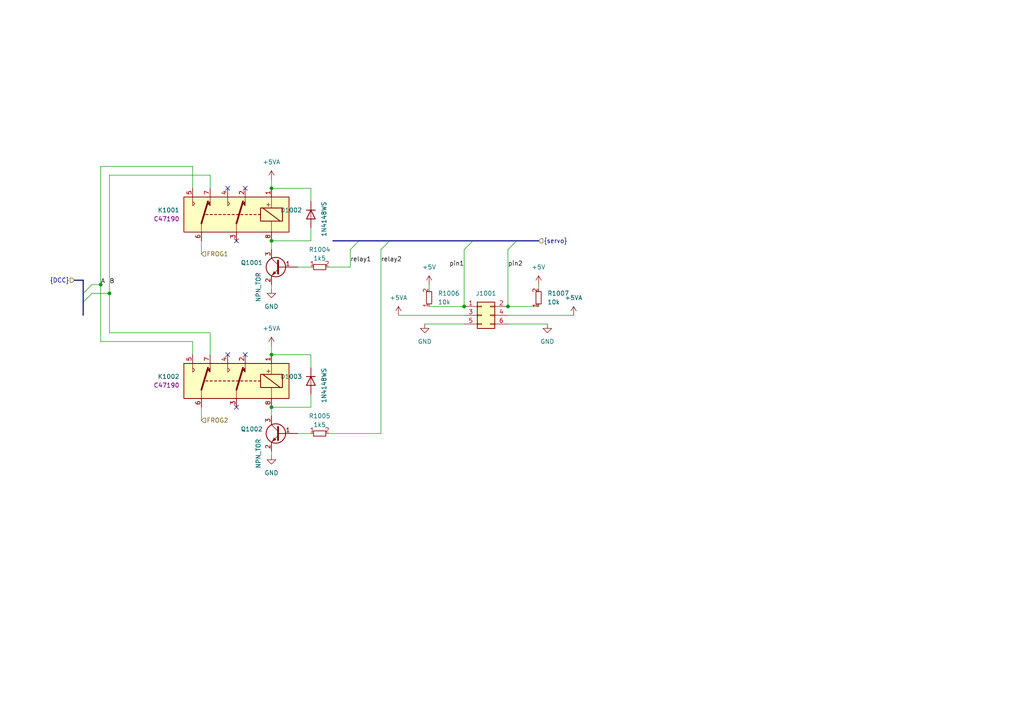
<source format=kicad_sch>
(kicad_sch (version 20230121) (generator eeschema)
  (paper "A4")
  (lib_symbols
    (symbol "Connector_Generic:Conn_02x03_Odd_Even" (pin_names (offset 1.016) hide)
      (property "Reference" "J" (at 1.27 5.08 0))
      (property "Value" "Conn_02x03_Odd_Even" (at 1.27 -5.08 0))
      (symbol "Conn_02x03_Odd_Even_1_1"
        (rectangle (start -1.27 -2.413) (end 0 -2.667) (stroke (width 0.1524)))
        (rectangle (start -1.27 0.127) (end 0 -0.127) (stroke (width 0.1524)))
        (rectangle (start -1.27 2.667) (end 0 2.413) (stroke (width 0.1524)))
        (rectangle (start -1.27 3.81) (end 3.81 -3.81) (stroke (width 0.254)) (fill (type background)))
        (rectangle (start 3.81 -2.413) (end 2.54 -2.667) (stroke (width 0.1524)))
        (rectangle (start 3.81 0.127) (end 2.54 -0.127) (stroke (width 0.1524)))
        (rectangle (start 3.81 2.667) (end 2.54 2.413) (stroke (width 0.1524)))
        (pin passive line (at -5.08 2.54 0) (length 3.81) (name "Pin_1") (number "1"))
        (pin passive line (at 7.62 2.54 180) (length 3.81) (name "Pin_2") (number "2"))
        (pin passive line (at -5.08 0 0) (length 3.81) (name "Pin_3") (number "3"))
        (pin passive line (at 7.62 0 180) (length 3.81) (name "Pin_4") (number "4"))
        (pin passive line (at -5.08 -2.54 0) (length 3.81) (name "Pin_5") (number "5"))
        (pin passive line (at 7.62 -2.54 180) (length 3.81) (name "Pin_6") (number "6"))
      )
    )
    (symbol "custom_kicad_lib_sk:1N4148WS" (pin_numbers hide) (pin_names hide)
      (property "Reference" "D" (at 0 2.54 0))
      (property "Value" "1N4148WS" (at 0 -2.54 0))
      (symbol "1N4148WS_0_1"
        (polyline (pts (xy -1.27 1.27) (xy -1.27 -1.27)) (stroke (width 0.254)))
        (polyline (pts (xy 1.27 0) (xy -1.27 0)))
        (polyline (pts (xy 1.27 1.27) (xy 1.27 -1.27) (xy -1.27 0) (xy 1.27 1.27)) (stroke (width 0.254)))
      )
      (symbol "1N4148WS_1_1"
        (pin passive line (at -3.81 0 0) (length 2.54) (name "K") (number "1"))
        (pin passive line (at 3.81 0 180) (length 2.54) (name "A") (number "2"))
      )
    )
    (symbol "custom_kicad_lib_sk:G6K-2"
      (property "Reference" "K" (at 16.51 3.81 0))
      (property "JLCPCB Part#" "C47190" (at 0 0 0))
      (symbol "G6K-2_0_0"
        (text "+" (at -9.271 2.921 0) (effects (font (size 1.27 1.27))))
      )
      (symbol "G6K-2_0_1"
        (rectangle (start -15.24 5.08) (end 15.24 -5.08) (stroke (width 0.254)) (fill (type background)))
        (rectangle (start -13.335 1.905) (end -6.985 -1.905) (stroke (width 0.254)))
        (polyline (pts (xy -12.7 -1.905) (xy -7.62 1.905)) (stroke (width 0.254)))
        (polyline (pts (xy -10.16 -5.08) (xy -10.16 -1.905)))
        (polyline (pts (xy -10.16 5.08) (xy -10.16 1.905)))
        (polyline (pts (xy -6.985 0) (xy -6.35 0)) (stroke (width 0.254)))
        (polyline (pts (xy -5.715 0) (xy -5.08 0)) (stroke (width 0.254)))
        (polyline (pts (xy -4.445 0) (xy -3.81 0)) (stroke (width 0.254)))
        (polyline (pts (xy -3.175 0) (xy -2.54 0)) (stroke (width 0.254)))
        (polyline (pts (xy -1.905 0) (xy -1.27 0)) (stroke (width 0.254)))
        (polyline (pts (xy -0.635 0) (xy 0 0)) (stroke (width 0.254)))
        (polyline (pts (xy 0 -2.54) (xy -1.905 3.81)) (stroke (width 0.508)))
        (polyline (pts (xy 0 -2.54) (xy 0 -5.08)))
        (polyline (pts (xy 0.635 0) (xy 1.27 0)) (stroke (width 0.254)))
        (polyline (pts (xy 1.905 0) (xy 2.54 0)) (stroke (width 0.254)))
        (polyline (pts (xy 3.175 0) (xy 3.81 0)) (stroke (width 0.254)))
        (polyline (pts (xy 4.445 0) (xy 5.08 0)) (stroke (width 0.254)))
        (polyline (pts (xy 5.715 0) (xy 6.35 0)) (stroke (width 0.254)))
        (polyline (pts (xy 6.985 0) (xy 7.62 0)) (stroke (width 0.254)))
        (polyline (pts (xy 8.255 0) (xy 8.89 0)) (stroke (width 0.254)))
        (polyline (pts (xy 10.16 -2.54) (xy 8.255 3.81)) (stroke (width 0.508)))
        (polyline (pts (xy 10.16 -2.54) (xy 10.16 -5.08)))
        (polyline (pts (xy -2.54 5.08) (xy -2.54 2.54) (xy -1.905 3.175) (xy -2.54 3.81)) (fill (type outline)))
        (polyline (pts (xy 2.54 5.08) (xy 2.54 2.54) (xy 1.905 3.175) (xy 2.54 3.81)))
        (polyline (pts (xy 7.62 5.08) (xy 7.62 2.54) (xy 8.255 3.175) (xy 7.62 3.81)) (fill (type outline)))
        (polyline (pts (xy 12.7 5.08) (xy 12.7 2.54) (xy 12.065 3.175) (xy 12.7 3.81)))
      )
      (symbol "G6K-2_1_1"
        (pin passive line (at -10.16 7.62 270) (length 2.54) (name "~") (number "1"))
        (pin passive line (at -2.54 7.62 270) (length 2.54) (name "~") (number "2"))
        (pin passive line (at 0 -7.62 90) (length 2.54) (name "~") (number "3"))
        (pin passive line (at 2.54 7.62 270) (length 2.54) (name "~") (number "4"))
        (pin passive line (at 12.7 7.62 270) (length 2.54) (name "~") (number "5"))
        (pin passive line (at 10.16 -7.62 90) (length 2.54) (name "~") (number "6"))
        (pin passive line (at 7.62 7.62 270) (length 2.54) (name "~") (number "7"))
        (pin passive line (at -10.16 -7.62 90) (length 2.54) (name "~") (number "8"))
      )
    )
    (symbol "custom_kicad_lib_sk:NPN_TOR" (pin_names (offset 0) hide)
      (property "Reference" "Q" (at 5.08 1.905 0))
      (property "Value" "NPN_TOR" (at 5.08 0 0))
      (symbol "NPN_TOR_0_1"
        (polyline (pts (xy 0.635 0.635) (xy 2.54 2.54)))
        (polyline (pts (xy 0.635 -0.635) (xy 2.54 -2.54) (xy 2.54 -2.54)))
        (polyline (pts (xy 0.635 1.905) (xy 0.635 -1.905) (xy 0.635 -1.905)) (stroke (width 0.508)))
        (polyline (pts (xy 1.27 -1.778) (xy 1.778 -1.27) (xy 2.286 -2.286) (xy 1.27 -1.778) (xy 1.27 -1.778)) (fill (type outline)))
        (circle (center 1.27 0) (radius 2.8194) (stroke (width 0.254)))
      )
      (symbol "NPN_TOR_1_1"
        (pin input line (at -5.08 0 0) (length 5.715) (name "B") (number "1"))
        (pin passive line (at 2.54 -5.08 90) (length 2.54) (name "E") (number "2"))
        (pin passive line (at 2.54 5.08 270) (length 2.54) (name "C") (number "3"))
      )
    )
    (symbol "power:+5V" (power) (pin_names (offset 0))
      (property "Value" "+5V" (at 0 3.556 0))
      (symbol "+5V_0_1"
        (polyline (pts (xy -0.762 1.27) (xy 0 2.54)))
        (polyline (pts (xy 0 0) (xy 0 2.54)))
        (polyline (pts (xy 0 2.54) (xy 0.762 1.27)))
      )
      (symbol "+5V_1_1"
        (pin power_in line (at 0 0 90) (length 0) hide (name "+5V") (number "1"))
      )
    )
    (symbol "power:+5VA" (power) (pin_names (offset 0))
      (property "Value" "+5VA" (at 0 3.556 0))
      (symbol "+5VA_0_1"
        (polyline (pts (xy -0.762 1.27) (xy 0 2.54)))
        (polyline (pts (xy 0 0) (xy 0 2.54)))
        (polyline (pts (xy 0 2.54) (xy 0.762 1.27)))
      )
      (symbol "+5VA_1_1"
        (pin power_in line (at 0 0 90) (length 0) hide (name "+5VA") (number "1"))
      )
    )
    (symbol "power:GND" (power) (pin_names (offset 0))
      (property "Value" "GND" (at 0 -3.81 0))
      (symbol "GND_0_1"
        (polyline (pts (xy 0 0) (xy 0 -1.27) (xy 1.27 -1.27) (xy 0 -2.54) (xy -1.27 -1.27) (xy 0 -1.27)))
      )
      (symbol "GND_1_1"
        (pin power_in line (at 0 0 270) (length 0) hide (name "GND") (number "1"))
      )
    )
    (symbol "resistors_0603:R_10k_0603"
      (property "Reference" "R" (at 1.27 2.54 0))
      (property "Value" "10k" (at 2.54 -2.54 0))
      (symbol "R_10k_0603_0_1"
        (rectangle (start -0.762 1.778) (end 0.762 -1.778) (stroke (width 0.2032)))
      )
      (symbol "R_10k_0603_1_1"
        (pin passive line (at 0 2.54 270) (length 0.762) (name "~") (number "1"))
        (pin passive line (at 0 -2.54 90) (length 0.762) (name "~") (number "2"))
      )
    )
    (symbol "resistors_0603:R_1k5_0603"
      (property "Reference" "R" (at 1.27 2.54 0))
      (property "Value" "1k5" (at 2.54 -2.54 0))
      (symbol "R_1k5_0603_0_1"
        (rectangle (start -0.762 1.778) (end 0.762 -1.778) (stroke (width 0.2032)))
      )
      (symbol "R_1k5_0603_1_1"
        (pin passive line (at 0 2.54 270) (length 0.762) (name "~") (number "1"))
        (pin passive line (at 0 -2.54 90) (length 0.762) (name "~") (number "2"))
      )
    )
  )
  (junction (at 147.32 88.9))
  (junction (at 31.75 85.09))
  (junction (at 78.74 118.11))
  (junction (at 78.74 54.61))
  (junction (at 134.62 88.9))
  (junction (at 29.21 82.55))
  (junction (at 78.74 69.85))
  (junction (at 78.74 102.87))
  (no_connect (at 66.04 54.61))
  (no_connect (at 68.58 69.85))
  (no_connect (at 71.12 54.61))
  (no_connect (at 68.58 118.11))
  (no_connect (at 66.04 102.87))
  (no_connect (at 71.12 102.87))
  (bus_entry (at 104.14 69.85) (size -2.54 2.54))
  (bus_entry (at 113.03 69.85) (size -2.54 2.54))
  (bus_entry (at 149.86 69.85) (size -2.54 2.54))
  (bus_entry (at 137.16 69.85) (size -2.54 2.54))
  (bus_entry (at 24.13 85.09) (size 2.54 -2.54))
  (bus_entry (at 24.13 87.63) (size 2.54 -2.54))
  (wire (pts (xy 134.62 93.98) (xy 123.19 93.98)))
  (wire (pts (xy 31.75 85.09) (xy 31.75 96.52)))
  (wire (pts (xy 78.74 118.11) (xy 78.74 120.65)))
  (wire (pts (xy 134.62 72.39) (xy 134.62 88.9)))
  (bus (pts (xy 24.13 87.63) (xy 24.13 91.44)))
  (wire (pts (xy 58.42 69.85) (xy 58.42 73.66)))
  (bus (pts (xy 24.13 81.28) (xy 24.13 85.09)))
  (wire (pts (xy 147.32 88.9) (xy 156.21 88.9)))
  (wire (pts (xy 90.17 58.42) (xy 90.17 54.61)))
  (wire (pts (xy 124.46 88.9) (xy 134.62 88.9)))
  (wire (pts (xy 156.21 82.55) (xy 156.21 83.82)))
  (bus (pts (xy 104.14 69.85) (xy 113.03 69.85)))
  (wire (pts (xy 60.96 96.52) (xy 60.96 102.87)))
  (wire (pts (xy 26.67 85.09) (xy 31.75 85.09)))
  (wire (pts (xy 86.36 125.73) (xy 90.17 125.73)))
  (wire (pts (xy 78.74 82.55) (xy 78.74 83.82)))
  (wire (pts (xy 124.46 82.55) (xy 124.46 83.82)))
  (bus (pts (xy 137.16 69.85) (xy 149.86 69.85)))
  (wire (pts (xy 115.57 91.44) (xy 134.62 91.44)))
  (wire (pts (xy 78.74 130.81) (xy 78.74 132.08)))
  (bus (pts (xy 96.52 69.85) (xy 104.14 69.85)))
  (wire (pts (xy 95.25 77.47) (xy 101.6 77.47)))
  (wire (pts (xy 29.21 99.06) (xy 55.88 99.06)))
  (wire (pts (xy 29.21 48.26) (xy 55.88 48.26)))
  (wire (pts (xy 147.32 72.39) (xy 147.32 88.9)))
  (wire (pts (xy 147.32 93.98) (xy 158.75 93.98)))
  (wire (pts (xy 95.25 125.73) (xy 110.49 125.73)))
  (wire (pts (xy 78.74 118.11) (xy 90.17 118.11)))
  (wire (pts (xy 110.49 72.39) (xy 110.49 125.73)))
  (wire (pts (xy 90.17 69.85) (xy 90.17 66.04)))
  (wire (pts (xy 31.75 85.09) (xy 31.75 50.8)))
  (wire (pts (xy 29.21 82.55) (xy 29.21 99.06)))
  (wire (pts (xy 31.75 96.52) (xy 60.96 96.52)))
  (wire (pts (xy 58.42 118.11) (xy 58.42 121.92)))
  (wire (pts (xy 90.17 54.61) (xy 78.74 54.61)))
  (wire (pts (xy 78.74 52.07) (xy 78.74 54.61)))
  (wire (pts (xy 101.6 77.47) (xy 101.6 72.39)))
  (wire (pts (xy 86.36 77.47) (xy 90.17 77.47)))
  (wire (pts (xy 90.17 118.11) (xy 90.17 114.3)))
  (wire (pts (xy 29.21 82.55) (xy 29.21 48.26)))
  (wire (pts (xy 90.17 106.68) (xy 90.17 102.87)))
  (bus (pts (xy 149.86 69.85) (xy 156.21 69.85)))
  (bus (pts (xy 24.13 85.09) (xy 24.13 87.63)))
  (wire (pts (xy 60.96 50.8) (xy 60.96 54.61)))
  (bus (pts (xy 21.59 81.28) (xy 24.13 81.28)))
  (wire (pts (xy 78.74 100.33) (xy 78.74 102.87)))
  (wire (pts (xy 78.74 69.85) (xy 78.74 72.39)))
  (wire (pts (xy 78.74 69.85) (xy 90.17 69.85)))
  (wire (pts (xy 26.67 82.55) (xy 29.21 82.55)))
  (wire (pts (xy 55.88 48.26) (xy 55.88 54.61)))
  (bus (pts (xy 113.03 69.85) (xy 137.16 69.85)))
  (wire (pts (xy 90.17 102.87) (xy 78.74 102.87)))
  (wire (pts (xy 31.75 50.8) (xy 60.96 50.8)))
  (wire (pts (xy 55.88 99.06) (xy 55.88 102.87)))
  (wire (pts (xy 166.37 91.44) (xy 147.32 91.44)))
  (label "A" (at 29.21 82.55 0))
  (label "pin1" (at 134.62 77.47 180))
  (label "pin2" (at 147.32 77.47 0))
  (label "relay2" (at 110.49 76.2 0))
  (label "relay1" (at 101.6 76.2 0))
  (label "B" (at 31.75 82.55 0))
  (hierarchical_label "{servo}" (shape input) (at 156.21 69.85 0))
  (hierarchical_label "FROG1" (shape input) (at 58.42 73.66 0))
  (hierarchical_label "{DCC}" (shape input) (at 21.59 81.28 180))
  (hierarchical_label "FROG2" (shape input) (at 58.42 121.92 0))
  (symbol (lib_id "resistors_0603:R_1k5_0603") (at 92.71 77.47 90) (unit 1)
    (property "Reference" "R1004" (at 92.71 72.39 90))
    (property "Value" "1k5" (at 92.71 74.93 90))
    (property "Footprint" "custom_kicad_lib_sk:R_0603_smalltext" (effects hide))
    (property "JLCPCB Part#" "C22843" (effects hide))
    (instances (project "servoDecoderInCabinet" (path "" (reference "R1004") (unit 1)) (path "" (reference "R803") (unit 1)) (path "" (reference "R906") (unit 1))))
  )
  (symbol (lib_id "custom_kicad_lib_sk:G6K-2") (at 68.58 110.49 0) (mirror y) (unit 1)
    (property "Reference" "K1002" (at 52.07 109.22 0) (effects (justify left)))
    (property "Value" "G6K-2F-Y-TR DC5" (effects hide))
    (property "Footprint" "Relay_SMD:Relay_DPDT_Omron_G6K-2F-Y" (effects hide))
    (property "Datasheet" "http://omronfs.omron.com/en_US/ecb/products/pdf/en-g6k.pdf" (effects hide))
    (property "JLCPCB Part#" "C47190" (at 52.07 111.76 0) (effects (justify left)))
    (instances (project "servoDecoderInCabinet" (path "" (reference "K1002") (unit 1)) (path "" (reference "K802") (unit 1)) (path "" (reference "K902") (unit 1))))
  )
  (symbol (lib_id "power:GND") (at 158.75 93.98 0) (unit 1)
    (property "Reference" "#PWR01010" (effects hide))
    (property "Value" "GND" (at 158.75 99.06 0))
    (instances (project "servoDecoderInCabinet" (path "" (reference "#PWR01010") (unit 1)) (path "" (reference "#PWR0801") (unit 1)) (path "" (reference "#PWR0901") (unit 1))))
  )
  (symbol (lib_id "power:+5VA") (at 166.37 91.44 0) (mirror y) (unit 1)
    (property "Reference" "#PWR01011" (effects hide))
    (property "Value" "+5VA" (at 166.37 86.36 0))
    (instances (project "servoDecoderInCabinet" (path "" (reference "#PWR01011") (unit 1)) (path "" (reference "#PWR0804") (unit 1)) (path "" (reference "#PWR0904") (unit 1))))
  )
  (symbol (lib_id "power:+5VA") (at 78.74 100.33 0) (unit 1)
    (property "Reference" "#PWR01004" (effects hide))
    (property "Value" "+5VA" (at 78.74 95.25 0))
    (instances (project "servoDecoderInCabinet" (path "" (reference "#PWR01004") (unit 1)) (path "" (reference "#PWR0807") (unit 1)) (path "" (reference "#PWR0907") (unit 1))))
  )
  (symbol (lib_id "Connector_Generic:Conn_02x03_Odd_Even") (at 139.7 91.44 0) (unit 1)
    (property "Reference" "J1001" (at 140.97 85.09 0))
    (property "Value" "Conn_02x03_Odd_Even" (effects hide))
    (property "Footprint" "Connector_PinHeader_2.54mm:PinHeader_2x03_P2.54mm_Vertical" (effects hide))
    (property "JLCPCB Part#" "C65114" (effects hide))
    (instances (project "servoDecoderInCabinet" (path "" (reference "J1001") (unit 1)) (path "" (reference "J801") (unit 1)) (path "" (reference "J901") (unit 1))))
  )
  (symbol (lib_id "custom_kicad_lib_sk:NPN_TOR") (at 81.28 125.73 0) (mirror y) (unit 1)
    (property "Reference" "Q1002" (at 76.2 124.46 0) (effects (justify left)))
    (property "Value" "NPN_TOR" (at 74.93 135.89 90) (effects (justify left)))
    (property "Footprint" "Package_TO_SOT_SMD:SOT-23" (effects hide))
    (property "JLCPCB Part#" "C2145" (effects hide))
    (instances (project "servoDecoderInCabinet" (path "" (reference "Q1002") (unit 1)) (path "" (reference "Q802") (unit 1)) (path "" (reference "Q902") (unit 1))))
  )
  (symbol (lib_id "resistors_0603:R_1k5_0603") (at 92.71 125.73 90) (unit 1)
    (property "Reference" "R1005" (at 92.71 120.65 90))
    (property "Value" "1k5" (at 92.71 123.19 90))
    (property "Footprint" "custom_kicad_lib_sk:R_0603_smalltext" (effects hide))
    (property "JLCPCB Part#" "C22843" (effects hide))
    (instances (project "servoDecoderInCabinet" (path "" (reference "R1005") (unit 1)) (path "" (reference "R804") (unit 1)) (path "" (reference "R907") (unit 1))))
  )
  (symbol (lib_id "power:+5V") (at 124.46 82.55 0) (unit 1)
    (property "Reference" "#PWR01008" (effects hide))
    (property "Value" "+5V" (at 124.46 77.47 0))
    (instances (project "servoDecoderInCabinet" (path "" (reference "#PWR01008") (unit 1)) (path "" (reference "#PWR0805") (unit 1)) (path "" (reference "#PWR0905") (unit 1))))
  )
  (symbol (lib_id "custom_kicad_lib_sk:1N4148WS") (at 90.17 110.49 90) (mirror x) (unit 1)
    (property "Reference" "D1003" (at 87.63 109.22 90) (effects (justify left)))
    (property "Value" "1N4148WS" (at 93.98 106.68 0) (effects (justify left)))
    (property "Footprint" "Diode_SMD:D_SOD-323" (effects hide))
    (property "Datasheet" "https://www.vishay.com/docs/85751/1n4148ws.pdf" (effects hide))
    (property "Sim.Device" "D" (effects hide))
    (property "Sim.Pins" "1=K 2=A" (effects hide))
    (property "JLCPCB Part#" "C2128" (effects hide))
    (instances (project "servoDecoderInCabinet" (path "" (reference "D1003") (unit 1)) (path "" (reference "D802") (unit 1)) (path "" (reference "D902") (unit 1))))
  )
  (symbol (lib_id "custom_kicad_lib_sk:1N4148WS") (at 90.17 62.23 90) (mirror x) (unit 1)
    (property "Reference" "D1002" (at 87.63 60.96 90) (effects (justify left)))
    (property "Value" "1N4148WS" (at 93.98 58.42 0) (effects (justify left)))
    (property "Footprint" "Diode_SMD:D_SOD-323" (effects hide))
    (property "Datasheet" "https://www.vishay.com/docs/85751/1n4148ws.pdf" (effects hide))
    (property "Sim.Device" "D" (effects hide))
    (property "Sim.Pins" "1=K 2=A" (effects hide))
    (property "JLCPCB Part#" "C2128" (effects hide))
    (instances (project "servoDecoderInCabinet" (path "" (reference "D1002") (unit 1)) (path "" (reference "D801") (unit 1)) (path "" (reference "D901") (unit 1))))
  )
  (symbol (lib_id "custom_kicad_lib_sk:NPN_TOR") (at 81.28 77.47 0) (mirror y) (unit 1)
    (property "Reference" "Q1001" (at 76.2 76.2 0) (effects (justify left)))
    (property "Value" "NPN_TOR" (at 74.93 87.63 90) (effects (justify left)))
    (property "Footprint" "Package_TO_SOT_SMD:SOT-23" (effects hide))
    (property "JLCPCB Part#" "C2145" (effects hide))
    (instances (project "servoDecoderInCabinet" (path "" (reference "Q1001") (unit 1)) (path "" (reference "Q801") (unit 1)) (path "" (reference "Q901") (unit 1))))
  )
  (symbol (lib_id "custom_kicad_lib_sk:G6K-2") (at 68.58 62.23 0) (mirror y) (unit 1)
    (property "Reference" "K1001" (at 52.07 60.96 0) (effects (justify left)))
    (property "Value" "G6K-2F-Y-TR DC5" (effects hide))
    (property "Footprint" "Relay_SMD:Relay_DPDT_Omron_G6K-2F-Y" (effects hide))
    (property "Datasheet" "http://omronfs.omron.com/en_US/ecb/products/pdf/en-g6k.pdf" (effects hide))
    (property "JLCPCB Part#" "C47190" (at 52.07 63.5 0) (effects (justify left)))
    (instances (project "servoDecoderInCabinet" (path "" (reference "K1001") (unit 1)) (path "" (reference "K801") (unit 1)) (path "" (reference "K901") (unit 1))))
  )
  (symbol (lib_id "resistors_0603:R_10k_0603") (at 156.21 86.36 180) (unit 1)
    (property "Reference" "R1007" (at 158.75 85.09 0) (effects (justify right)))
    (property "Value" "10k" (at 158.75 87.63 0) (effects (justify right)))
    (property "Footprint" "custom_kicad_lib_sk:R_0603_smalltext" (effects hide))
    (property "JLCPCB Part#" "C25804" (effects hide))
    (instances (project "servoDecoderInCabinet" (path "" (reference "R1007") (unit 1)) (path "" (reference "R802") (unit 1)) (path "" (reference "R905") (unit 1))))
  )
  (symbol (lib_id "power:+5VA") (at 115.57 91.44 0) (unit 1)
    (property "Reference" "#PWR01006" (effects hide))
    (property "Value" "+5VA" (at 115.57 86.36 0))
    (instances (project "servoDecoderInCabinet" (path "" (reference "#PWR01006") (unit 1)) (path "" (reference "#PWR0803") (unit 1)) (path "" (reference "#PWR0903") (unit 1))))
  )
  (symbol (lib_id "power:+5VA") (at 78.74 52.07 0) (unit 1)
    (property "Reference" "#PWR01002" (effects hide))
    (property "Value" "+5VA" (at 78.74 46.99 0))
    (instances (project "servoDecoderInCabinet" (path "" (reference "#PWR01002") (unit 1)) (path "" (reference "#PWR0809") (unit 1)) (path "" (reference "#PWR0909") (unit 1))))
  )
  (symbol (lib_id "power:GND") (at 123.19 93.98 0) (mirror y) (unit 1)
    (property "Reference" "#PWR01007" (effects hide))
    (property "Value" "GND" (at 123.19 99.06 0))
    (instances (project "servoDecoderInCabinet" (path "" (reference "#PWR01007") (unit 1)) (path "" (reference "#PWR0802") (unit 1)) (path "" (reference "#PWR0902") (unit 1))))
  )
  (symbol (lib_id "resistors_0603:R_10k_0603") (at 124.46 86.36 180) (unit 1)
    (property "Reference" "R1006" (at 127 85.09 0) (effects (justify right)))
    (property "Value" "10k" (at 127 87.63 0) (effects (justify right)))
    (property "Footprint" "custom_kicad_lib_sk:R_0603_smalltext" (effects hide))
    (property "JLCPCB Part#" "C25804" (effects hide))
    (instances (project "servoDecoderInCabinet" (path "" (reference "R1006") (unit 1)) (path "" (reference "R801") (unit 1)) (path "" (reference "R904") (unit 1))))
  )
  (symbol (lib_id "power:GND") (at 78.74 83.82 0) (mirror y) (unit 1)
    (property "Reference" "#PWR01003" (effects hide))
    (property "Value" "GND" (at 78.74 88.9 0))
    (instances (project "servoDecoderInCabinet" (path "" (reference "#PWR01003") (unit 1)) (path "" (reference "#PWR0808") (unit 1)) (path "" (reference "#PWR0908") (unit 1))))
  )
  (symbol (lib_id "power:+5V") (at 156.21 82.55 0) (unit 1)
    (property "Reference" "#PWR01009" (effects hide))
    (property "Value" "+5V" (at 156.21 77.47 0))
    (instances (project "servoDecoderInCabinet" (path "" (reference "#PWR01009") (unit 1)) (path "" (reference "#PWR0806") (unit 1)) (path "" (reference "#PWR0906") (unit 1))))
  )
  (symbol (lib_id "power:GND") (at 78.74 132.08 0) (mirror y) (unit 1)
    (property "Reference" "#PWR01005" (effects hide))
    (property "Value" "GND" (at 78.74 137.16 0))
    (instances (project "servoDecoderInCabinet" (path "" (reference "#PWR01005") (unit 1)) (path "" (reference "#PWR0810") (unit 1)) (path "" (reference "#PWR0910") (unit 1))))
  )
)
</source>
